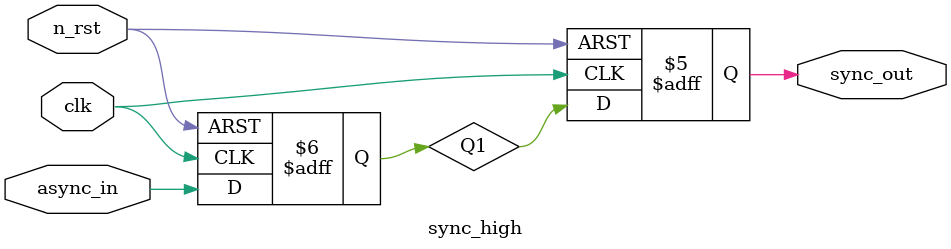
<source format=sv>
module sync_high
(
	input wire clk,
	input wire n_rst,
	input wire async_in,
	output reg sync_out
);
reg Q1;

always_ff @ (posedge clk, negedge n_rst)
begin
 if(1'b0 == n_rst)
 begin
	Q1 <= 1;
 end
 else
 begin
	Q1 <= async_in;
 end
end

always_ff @ (posedge clk, negedge n_rst)
begin
 if(1'b0 == n_rst)
 begin
	sync_out <= 1;
 end
 else
 begin
	sync_out <= Q1;
 end
end
endmodule

</source>
